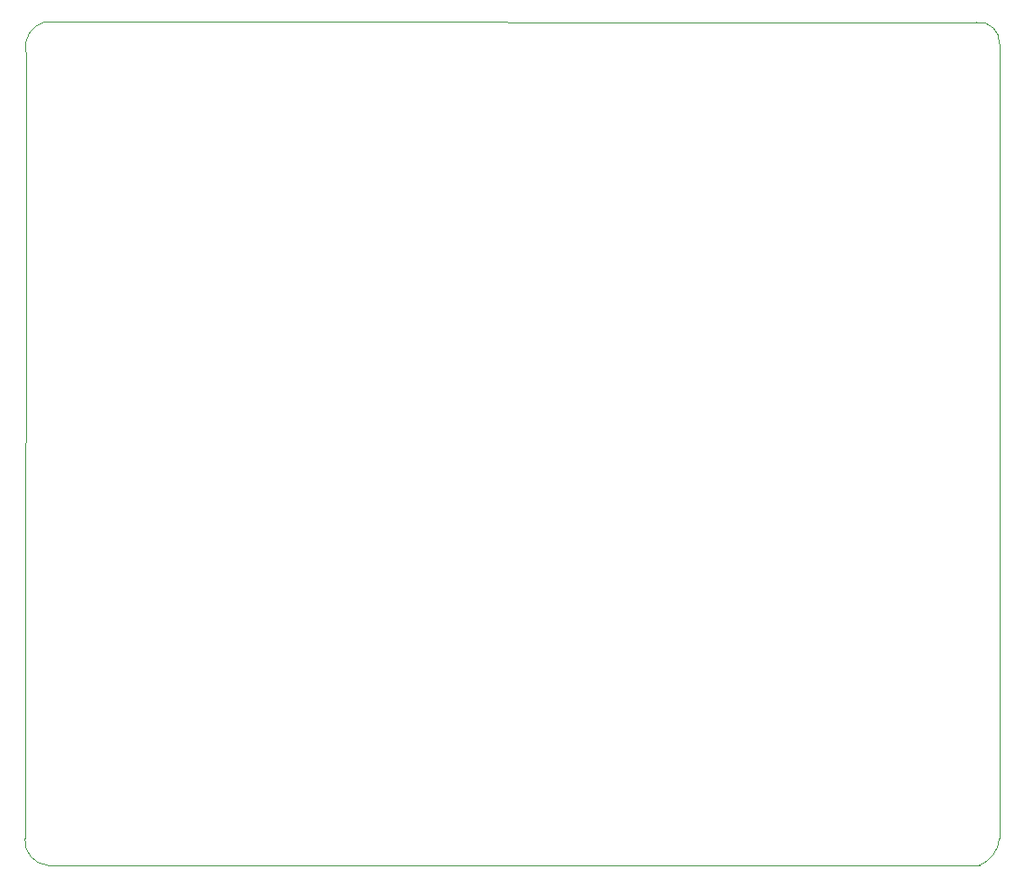
<source format=gbr>
%TF.GenerationSoftware,KiCad,Pcbnew,(6.0.6)*%
%TF.CreationDate,2023-06-21T15:59:23+02:00*%
%TF.ProjectId,X68KFDPI,5836384b-4644-4504-992e-6b696361645f,rev?*%
%TF.SameCoordinates,Original*%
%TF.FileFunction,Profile,NP*%
%FSLAX46Y46*%
G04 Gerber Fmt 4.6, Leading zero omitted, Abs format (unit mm)*
G04 Created by KiCad (PCBNEW (6.0.6)) date 2023-06-21 15:59:23*
%MOMM*%
%LPD*%
G01*
G04 APERTURE LIST*
%TA.AperFunction,Profile*%
%ADD10C,0.100000*%
%TD*%
G04 APERTURE END LIST*
D10*
X110238340Y-47678934D02*
G75*
G03*
X108458000Y-50546000I681960J-2409766D01*
G01*
X197866000Y-47752000D02*
X110238344Y-47678949D01*
X108384996Y-124460004D02*
G75*
G03*
X110518956Y-127000000I2337004J-202996D01*
G01*
X108458000Y-50546000D02*
X108384950Y-124460000D01*
X198120005Y-127000013D02*
G75*
G03*
X200000006Y-124460000I-1088505J2771413D01*
G01*
X200000006Y-124460000D02*
X200000006Y-49784000D01*
X110518956Y-127000000D02*
X198120000Y-127000000D01*
X199999982Y-49783999D02*
G75*
G03*
X197866000Y-47752000I-1886082J155799D01*
G01*
M02*

</source>
